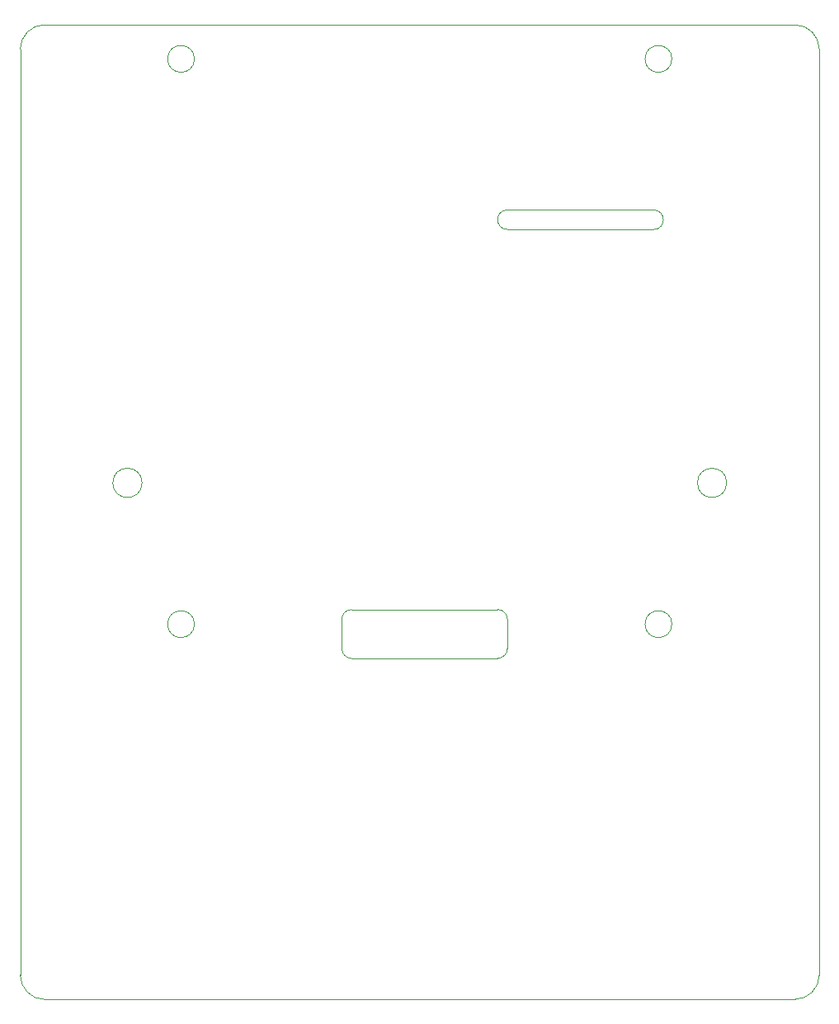
<source format=gbr>
G04 #@! TF.GenerationSoftware,KiCad,Pcbnew,5.1.5+dfsg1-2build2*
G04 #@! TF.CreationDate,2020-06-26T22:01:47+02:00*
G04 #@! TF.ProjectId,robo-car,726f626f-2d63-4617-922e-6b696361645f,rev?*
G04 #@! TF.SameCoordinates,Original*
G04 #@! TF.FileFunction,Profile,NP*
%FSLAX46Y46*%
G04 Gerber Fmt 4.6, Leading zero omitted, Abs format (unit mm)*
G04 Created by KiCad (PCBNEW 5.1.5+dfsg1-2build2) date 2020-06-26 22:01:47*
%MOMM*%
%LPD*%
G04 APERTURE LIST*
%ADD10C,0.050000*%
G04 APERTURE END LIST*
D10*
X72500000Y-47000000D02*
G75*
G03X72500000Y-47000000I-1500000J0D01*
G01*
X12500000Y-47000000D02*
G75*
G03X12500000Y-47000000I-1500000J0D01*
G01*
X2500000Y-100000000D02*
G75*
G02X0Y-97500000I0J2500000D01*
G01*
X82000000Y-97500000D02*
G75*
G02X79500000Y-100000000I-2500000J0D01*
G01*
X79500000Y0D02*
G75*
G02X82000000Y-2500000I0J-2500000D01*
G01*
X0Y-2500000D02*
G75*
G02X2500000Y0I2500000J0D01*
G01*
X33000000Y-61000000D02*
G75*
G02X34000000Y-60000000I1000000J0D01*
G01*
X34000000Y-65000000D02*
G75*
G02X33000000Y-64000000I0J1000000D01*
G01*
X50000000Y-64000000D02*
G75*
G02X49000000Y-65000000I-1000000J0D01*
G01*
X49000000Y-60000000D02*
G75*
G02X50000000Y-61000000I0J-1000000D01*
G01*
X33000000Y-64000000D02*
X33000000Y-61000000D01*
X50000000Y-61000000D02*
X50000000Y-64000000D01*
X49000000Y-60000000D02*
X34000000Y-60000000D01*
X34000000Y-65000000D02*
X49000000Y-65000000D01*
X50000000Y-21000000D02*
G75*
G02X50000000Y-19000000I0J1000000D01*
G01*
X65000000Y-19000000D02*
G75*
G02X65000000Y-21000000I0J-1000000D01*
G01*
X65000000Y-19000000D02*
X50000000Y-19000000D01*
X65000000Y-21000000D02*
X50000000Y-21000000D01*
X66875000Y-61500000D02*
G75*
G03X66875000Y-61500000I-1375000J0D01*
G01*
X17875000Y-61500000D02*
G75*
G03X17875000Y-61500000I-1375000J0D01*
G01*
X66875000Y-3500000D02*
G75*
G03X66875000Y-3500000I-1375000J0D01*
G01*
X17875000Y-3500000D02*
G75*
G03X17875000Y-3500000I-1375000J0D01*
G01*
X0Y-97500000D02*
X0Y-2500000D01*
X79500000Y-100000000D02*
X2500000Y-100000000D01*
X82000000Y-2500000D02*
X82000000Y-97500000D01*
X2500000Y0D02*
X79500000Y0D01*
M02*

</source>
